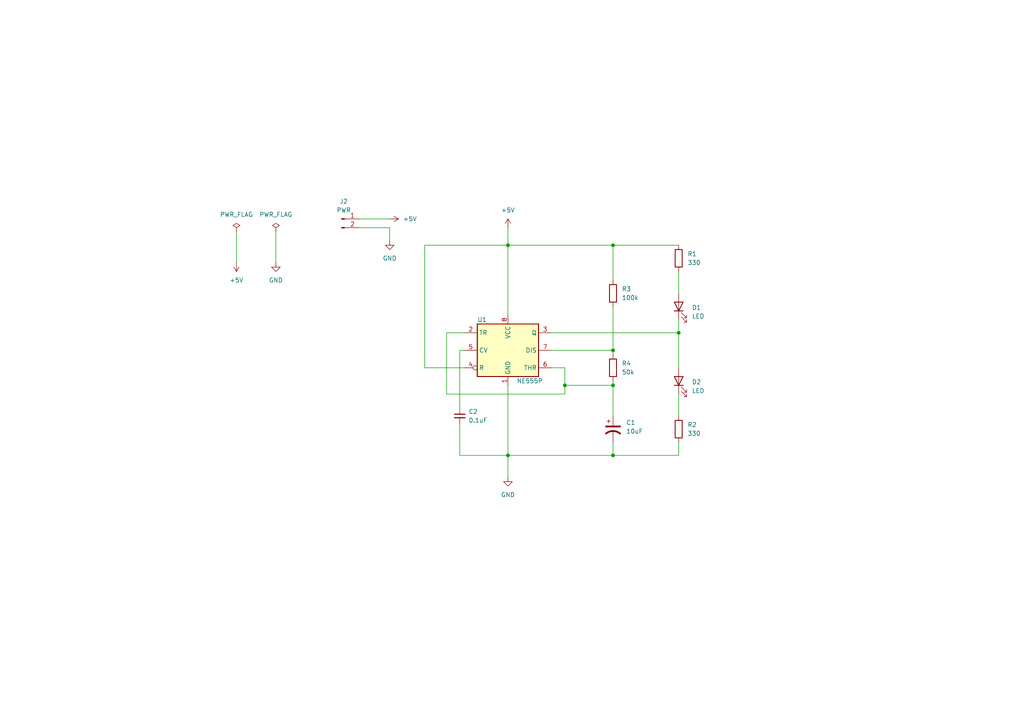
<source format=kicad_sch>
(kicad_sch (version 20230121) (generator eeschema)

  (uuid 0a69d859-cce3-4b70-b3ca-1644a650136d)

  (paper "A4")

  (lib_symbols
    (symbol "Connector:Conn_01x02_Pin" (pin_names (offset 1.016) hide) (in_bom yes) (on_board yes)
      (property "Reference" "J" (at 0 2.54 0)
        (effects (font (size 1.27 1.27)))
      )
      (property "Value" "Conn_01x02_Pin" (at 0 -5.08 0)
        (effects (font (size 1.27 1.27)))
      )
      (property "Footprint" "" (at 0 0 0)
        (effects (font (size 1.27 1.27)) hide)
      )
      (property "Datasheet" "~" (at 0 0 0)
        (effects (font (size 1.27 1.27)) hide)
      )
      (property "ki_locked" "" (at 0 0 0)
        (effects (font (size 1.27 1.27)))
      )
      (property "ki_keywords" "connector" (at 0 0 0)
        (effects (font (size 1.27 1.27)) hide)
      )
      (property "ki_description" "Generic connector, single row, 01x02, script generated" (at 0 0 0)
        (effects (font (size 1.27 1.27)) hide)
      )
      (property "ki_fp_filters" "Connector*:*_1x??_*" (at 0 0 0)
        (effects (font (size 1.27 1.27)) hide)
      )
      (symbol "Conn_01x02_Pin_1_1"
        (polyline
          (pts
            (xy 1.27 -2.54)
            (xy 0.8636 -2.54)
          )
          (stroke (width 0.1524) (type default))
          (fill (type none))
        )
        (polyline
          (pts
            (xy 1.27 0)
            (xy 0.8636 0)
          )
          (stroke (width 0.1524) (type default))
          (fill (type none))
        )
        (rectangle (start 0.8636 -2.413) (end 0 -2.667)
          (stroke (width 0.1524) (type default))
          (fill (type outline))
        )
        (rectangle (start 0.8636 0.127) (end 0 -0.127)
          (stroke (width 0.1524) (type default))
          (fill (type outline))
        )
        (pin passive line (at 5.08 0 180) (length 3.81)
          (name "Pin_1" (effects (font (size 1.27 1.27))))
          (number "1" (effects (font (size 1.27 1.27))))
        )
        (pin passive line (at 5.08 -2.54 180) (length 3.81)
          (name "Pin_2" (effects (font (size 1.27 1.27))))
          (number "2" (effects (font (size 1.27 1.27))))
        )
      )
    )
    (symbol "Device:C_Polarized_US" (pin_numbers hide) (pin_names (offset 0.254) hide) (in_bom yes) (on_board yes)
      (property "Reference" "C" (at 0.635 2.54 0)
        (effects (font (size 1.27 1.27)) (justify left))
      )
      (property "Value" "C_Polarized_US" (at 0.635 -2.54 0)
        (effects (font (size 1.27 1.27)) (justify left))
      )
      (property "Footprint" "" (at 0 0 0)
        (effects (font (size 1.27 1.27)) hide)
      )
      (property "Datasheet" "~" (at 0 0 0)
        (effects (font (size 1.27 1.27)) hide)
      )
      (property "ki_keywords" "cap capacitor" (at 0 0 0)
        (effects (font (size 1.27 1.27)) hide)
      )
      (property "ki_description" "Polarized capacitor, US symbol" (at 0 0 0)
        (effects (font (size 1.27 1.27)) hide)
      )
      (property "ki_fp_filters" "CP_*" (at 0 0 0)
        (effects (font (size 1.27 1.27)) hide)
      )
      (symbol "C_Polarized_US_0_1"
        (polyline
          (pts
            (xy -2.032 0.762)
            (xy 2.032 0.762)
          )
          (stroke (width 0.508) (type default))
          (fill (type none))
        )
        (polyline
          (pts
            (xy -1.778 2.286)
            (xy -0.762 2.286)
          )
          (stroke (width 0) (type default))
          (fill (type none))
        )
        (polyline
          (pts
            (xy -1.27 1.778)
            (xy -1.27 2.794)
          )
          (stroke (width 0) (type default))
          (fill (type none))
        )
        (arc (start 2.032 -1.27) (mid 0 -0.5572) (end -2.032 -1.27)
          (stroke (width 0.508) (type default))
          (fill (type none))
        )
      )
      (symbol "C_Polarized_US_1_1"
        (pin passive line (at 0 3.81 270) (length 2.794)
          (name "~" (effects (font (size 1.27 1.27))))
          (number "1" (effects (font (size 1.27 1.27))))
        )
        (pin passive line (at 0 -3.81 90) (length 3.302)
          (name "~" (effects (font (size 1.27 1.27))))
          (number "2" (effects (font (size 1.27 1.27))))
        )
      )
    )
    (symbol "Device:C_Small" (pin_numbers hide) (pin_names (offset 0.254) hide) (in_bom yes) (on_board yes)
      (property "Reference" "C" (at 0.254 1.778 0)
        (effects (font (size 1.27 1.27)) (justify left))
      )
      (property "Value" "C_Small" (at 0.254 -2.032 0)
        (effects (font (size 1.27 1.27)) (justify left))
      )
      (property "Footprint" "" (at 0 0 0)
        (effects (font (size 1.27 1.27)) hide)
      )
      (property "Datasheet" "~" (at 0 0 0)
        (effects (font (size 1.27 1.27)) hide)
      )
      (property "ki_keywords" "capacitor cap" (at 0 0 0)
        (effects (font (size 1.27 1.27)) hide)
      )
      (property "ki_description" "Unpolarized capacitor, small symbol" (at 0 0 0)
        (effects (font (size 1.27 1.27)) hide)
      )
      (property "ki_fp_filters" "C_*" (at 0 0 0)
        (effects (font (size 1.27 1.27)) hide)
      )
      (symbol "C_Small_0_1"
        (polyline
          (pts
            (xy -1.524 -0.508)
            (xy 1.524 -0.508)
          )
          (stroke (width 0.3302) (type default))
          (fill (type none))
        )
        (polyline
          (pts
            (xy -1.524 0.508)
            (xy 1.524 0.508)
          )
          (stroke (width 0.3048) (type default))
          (fill (type none))
        )
      )
      (symbol "C_Small_1_1"
        (pin passive line (at 0 2.54 270) (length 2.032)
          (name "~" (effects (font (size 1.27 1.27))))
          (number "1" (effects (font (size 1.27 1.27))))
        )
        (pin passive line (at 0 -2.54 90) (length 2.032)
          (name "~" (effects (font (size 1.27 1.27))))
          (number "2" (effects (font (size 1.27 1.27))))
        )
      )
    )
    (symbol "Device:LED" (pin_numbers hide) (pin_names (offset 1.016) hide) (in_bom yes) (on_board yes)
      (property "Reference" "D" (at 0 2.54 0)
        (effects (font (size 1.27 1.27)))
      )
      (property "Value" "LED" (at 0 -2.54 0)
        (effects (font (size 1.27 1.27)))
      )
      (property "Footprint" "" (at 0 0 0)
        (effects (font (size 1.27 1.27)) hide)
      )
      (property "Datasheet" "~" (at 0 0 0)
        (effects (font (size 1.27 1.27)) hide)
      )
      (property "ki_keywords" "LED diode" (at 0 0 0)
        (effects (font (size 1.27 1.27)) hide)
      )
      (property "ki_description" "Light emitting diode" (at 0 0 0)
        (effects (font (size 1.27 1.27)) hide)
      )
      (property "ki_fp_filters" "LED* LED_SMD:* LED_THT:*" (at 0 0 0)
        (effects (font (size 1.27 1.27)) hide)
      )
      (symbol "LED_0_1"
        (polyline
          (pts
            (xy -1.27 -1.27)
            (xy -1.27 1.27)
          )
          (stroke (width 0.254) (type default))
          (fill (type none))
        )
        (polyline
          (pts
            (xy -1.27 0)
            (xy 1.27 0)
          )
          (stroke (width 0) (type default))
          (fill (type none))
        )
        (polyline
          (pts
            (xy 1.27 -1.27)
            (xy 1.27 1.27)
            (xy -1.27 0)
            (xy 1.27 -1.27)
          )
          (stroke (width 0.254) (type default))
          (fill (type none))
        )
        (polyline
          (pts
            (xy -3.048 -0.762)
            (xy -4.572 -2.286)
            (xy -3.81 -2.286)
            (xy -4.572 -2.286)
            (xy -4.572 -1.524)
          )
          (stroke (width 0) (type default))
          (fill (type none))
        )
        (polyline
          (pts
            (xy -1.778 -0.762)
            (xy -3.302 -2.286)
            (xy -2.54 -2.286)
            (xy -3.302 -2.286)
            (xy -3.302 -1.524)
          )
          (stroke (width 0) (type default))
          (fill (type none))
        )
      )
      (symbol "LED_1_1"
        (pin passive line (at -3.81 0 0) (length 2.54)
          (name "K" (effects (font (size 1.27 1.27))))
          (number "1" (effects (font (size 1.27 1.27))))
        )
        (pin passive line (at 3.81 0 180) (length 2.54)
          (name "A" (effects (font (size 1.27 1.27))))
          (number "2" (effects (font (size 1.27 1.27))))
        )
      )
    )
    (symbol "Device:R" (pin_numbers hide) (pin_names (offset 0)) (in_bom yes) (on_board yes)
      (property "Reference" "R" (at 2.032 0 90)
        (effects (font (size 1.27 1.27)))
      )
      (property "Value" "R" (at 0 0 90)
        (effects (font (size 1.27 1.27)))
      )
      (property "Footprint" "" (at -1.778 0 90)
        (effects (font (size 1.27 1.27)) hide)
      )
      (property "Datasheet" "~" (at 0 0 0)
        (effects (font (size 1.27 1.27)) hide)
      )
      (property "ki_keywords" "R res resistor" (at 0 0 0)
        (effects (font (size 1.27 1.27)) hide)
      )
      (property "ki_description" "Resistor" (at 0 0 0)
        (effects (font (size 1.27 1.27)) hide)
      )
      (property "ki_fp_filters" "R_*" (at 0 0 0)
        (effects (font (size 1.27 1.27)) hide)
      )
      (symbol "R_0_1"
        (rectangle (start -1.016 -2.54) (end 1.016 2.54)
          (stroke (width 0.254) (type default))
          (fill (type none))
        )
      )
      (symbol "R_1_1"
        (pin passive line (at 0 3.81 270) (length 1.27)
          (name "~" (effects (font (size 1.27 1.27))))
          (number "1" (effects (font (size 1.27 1.27))))
        )
        (pin passive line (at 0 -3.81 90) (length 1.27)
          (name "~" (effects (font (size 1.27 1.27))))
          (number "2" (effects (font (size 1.27 1.27))))
        )
      )
    )
    (symbol "Timer:NE555P" (in_bom yes) (on_board yes)
      (property "Reference" "U" (at -10.16 8.89 0)
        (effects (font (size 1.27 1.27)) (justify left))
      )
      (property "Value" "NE555P" (at 2.54 8.89 0)
        (effects (font (size 1.27 1.27)) (justify left))
      )
      (property "Footprint" "Package_DIP:DIP-8_W7.62mm" (at 16.51 -10.16 0)
        (effects (font (size 1.27 1.27)) hide)
      )
      (property "Datasheet" "http://www.ti.com/lit/ds/symlink/ne555.pdf" (at 21.59 -10.16 0)
        (effects (font (size 1.27 1.27)) hide)
      )
      (property "ki_keywords" "single timer 555" (at 0 0 0)
        (effects (font (size 1.27 1.27)) hide)
      )
      (property "ki_description" "Precision Timers, 555 compatible,  PDIP-8" (at 0 0 0)
        (effects (font (size 1.27 1.27)) hide)
      )
      (property "ki_fp_filters" "DIP*W7.62mm*" (at 0 0 0)
        (effects (font (size 1.27 1.27)) hide)
      )
      (symbol "NE555P_0_0"
        (pin power_in line (at 0 -10.16 90) (length 2.54)
          (name "GND" (effects (font (size 1.27 1.27))))
          (number "1" (effects (font (size 1.27 1.27))))
        )
        (pin power_in line (at 0 10.16 270) (length 2.54)
          (name "VCC" (effects (font (size 1.27 1.27))))
          (number "8" (effects (font (size 1.27 1.27))))
        )
      )
      (symbol "NE555P_0_1"
        (rectangle (start -8.89 -7.62) (end 8.89 7.62)
          (stroke (width 0.254) (type default))
          (fill (type background))
        )
        (rectangle (start -8.89 -7.62) (end 8.89 7.62)
          (stroke (width 0.254) (type default))
          (fill (type background))
        )
      )
      (symbol "NE555P_1_1"
        (pin input line (at -12.7 5.08 0) (length 3.81)
          (name "TR" (effects (font (size 1.27 1.27))))
          (number "2" (effects (font (size 1.27 1.27))))
        )
        (pin output line (at 12.7 5.08 180) (length 3.81)
          (name "Q" (effects (font (size 1.27 1.27))))
          (number "3" (effects (font (size 1.27 1.27))))
        )
        (pin input inverted (at -12.7 -5.08 0) (length 3.81)
          (name "R" (effects (font (size 1.27 1.27))))
          (number "4" (effects (font (size 1.27 1.27))))
        )
        (pin input line (at -12.7 0 0) (length 3.81)
          (name "CV" (effects (font (size 1.27 1.27))))
          (number "5" (effects (font (size 1.27 1.27))))
        )
        (pin input line (at 12.7 -5.08 180) (length 3.81)
          (name "THR" (effects (font (size 1.27 1.27))))
          (number "6" (effects (font (size 1.27 1.27))))
        )
        (pin input line (at 12.7 0 180) (length 3.81)
          (name "DIS" (effects (font (size 1.27 1.27))))
          (number "7" (effects (font (size 1.27 1.27))))
        )
      )
    )
    (symbol "power:+5V" (power) (pin_names (offset 0)) (in_bom yes) (on_board yes)
      (property "Reference" "#PWR" (at 0 -3.81 0)
        (effects (font (size 1.27 1.27)) hide)
      )
      (property "Value" "+5V" (at 0 3.556 0)
        (effects (font (size 1.27 1.27)))
      )
      (property "Footprint" "" (at 0 0 0)
        (effects (font (size 1.27 1.27)) hide)
      )
      (property "Datasheet" "" (at 0 0 0)
        (effects (font (size 1.27 1.27)) hide)
      )
      (property "ki_keywords" "global power" (at 0 0 0)
        (effects (font (size 1.27 1.27)) hide)
      )
      (property "ki_description" "Power symbol creates a global label with name \"+5V\"" (at 0 0 0)
        (effects (font (size 1.27 1.27)) hide)
      )
      (symbol "+5V_0_1"
        (polyline
          (pts
            (xy -0.762 1.27)
            (xy 0 2.54)
          )
          (stroke (width 0) (type default))
          (fill (type none))
        )
        (polyline
          (pts
            (xy 0 0)
            (xy 0 2.54)
          )
          (stroke (width 0) (type default))
          (fill (type none))
        )
        (polyline
          (pts
            (xy 0 2.54)
            (xy 0.762 1.27)
          )
          (stroke (width 0) (type default))
          (fill (type none))
        )
      )
      (symbol "+5V_1_1"
        (pin power_in line (at 0 0 90) (length 0) hide
          (name "+5V" (effects (font (size 1.27 1.27))))
          (number "1" (effects (font (size 1.27 1.27))))
        )
      )
    )
    (symbol "power:GND" (power) (pin_names (offset 0)) (in_bom yes) (on_board yes)
      (property "Reference" "#PWR" (at 0 -6.35 0)
        (effects (font (size 1.27 1.27)) hide)
      )
      (property "Value" "GND" (at 0 -3.81 0)
        (effects (font (size 1.27 1.27)))
      )
      (property "Footprint" "" (at 0 0 0)
        (effects (font (size 1.27 1.27)) hide)
      )
      (property "Datasheet" "" (at 0 0 0)
        (effects (font (size 1.27 1.27)) hide)
      )
      (property "ki_keywords" "global power" (at 0 0 0)
        (effects (font (size 1.27 1.27)) hide)
      )
      (property "ki_description" "Power symbol creates a global label with name \"GND\" , ground" (at 0 0 0)
        (effects (font (size 1.27 1.27)) hide)
      )
      (symbol "GND_0_1"
        (polyline
          (pts
            (xy 0 0)
            (xy 0 -1.27)
            (xy 1.27 -1.27)
            (xy 0 -2.54)
            (xy -1.27 -1.27)
            (xy 0 -1.27)
          )
          (stroke (width 0) (type default))
          (fill (type none))
        )
      )
      (symbol "GND_1_1"
        (pin power_in line (at 0 0 270) (length 0) hide
          (name "GND" (effects (font (size 1.27 1.27))))
          (number "1" (effects (font (size 1.27 1.27))))
        )
      )
    )
    (symbol "power:PWR_FLAG" (power) (pin_numbers hide) (pin_names (offset 0) hide) (in_bom yes) (on_board yes)
      (property "Reference" "#FLG" (at 0 1.905 0)
        (effects (font (size 1.27 1.27)) hide)
      )
      (property "Value" "PWR_FLAG" (at 0 3.81 0)
        (effects (font (size 1.27 1.27)))
      )
      (property "Footprint" "" (at 0 0 0)
        (effects (font (size 1.27 1.27)) hide)
      )
      (property "Datasheet" "~" (at 0 0 0)
        (effects (font (size 1.27 1.27)) hide)
      )
      (property "ki_keywords" "flag power" (at 0 0 0)
        (effects (font (size 1.27 1.27)) hide)
      )
      (property "ki_description" "Special symbol for telling ERC where power comes from" (at 0 0 0)
        (effects (font (size 1.27 1.27)) hide)
      )
      (symbol "PWR_FLAG_0_0"
        (pin power_out line (at 0 0 90) (length 0)
          (name "pwr" (effects (font (size 1.27 1.27))))
          (number "1" (effects (font (size 1.27 1.27))))
        )
      )
      (symbol "PWR_FLAG_0_1"
        (polyline
          (pts
            (xy 0 0)
            (xy 0 1.27)
            (xy -1.016 1.905)
            (xy 0 2.54)
            (xy 1.016 1.905)
            (xy 0 1.27)
          )
          (stroke (width 0) (type default))
          (fill (type none))
        )
      )
    )
  )

  (junction (at 147.32 132.08) (diameter 0) (color 0 0 0 0)
    (uuid 008f1969-e3d5-45b0-99b0-bfb71bd83946)
  )
  (junction (at 163.83 111.76) (diameter 0) (color 0 0 0 0)
    (uuid 04d1e361-57eb-4912-b5cc-308ca7f38890)
  )
  (junction (at 177.8 71.12) (diameter 0) (color 0 0 0 0)
    (uuid 5841a7fd-5271-4c13-b3c6-fb693fd6ee52)
  )
  (junction (at 147.32 71.12) (diameter 0) (color 0 0 0 0)
    (uuid 6bbd07a2-f560-4113-81e6-69391071def0)
  )
  (junction (at 196.85 96.52) (diameter 0) (color 0 0 0 0)
    (uuid a945913e-a6b0-44a4-8a4d-3581c1d8f48a)
  )
  (junction (at 177.8 111.76) (diameter 0) (color 0 0 0 0)
    (uuid c7b1a6b1-348c-4c64-b637-4c1fb2150dce)
  )
  (junction (at 177.8 101.6) (diameter 0) (color 0 0 0 0)
    (uuid f1e5831f-d106-4afc-be22-7a475cf80977)
  )
  (junction (at 177.8 132.08) (diameter 0) (color 0 0 0 0)
    (uuid f89f333b-8fe3-4af7-bad3-cfc0da958971)
  )

  (wire (pts (xy 160.02 101.6) (xy 177.8 101.6))
    (stroke (width 0) (type default))
    (uuid 0f062fc1-5232-4066-b009-5d615f47ae8b)
  )
  (wire (pts (xy 68.58 67.31) (xy 68.58 76.2))
    (stroke (width 0) (type default))
    (uuid 1420f850-82bd-4cd0-ae7d-c8c03c4c6f7f)
  )
  (wire (pts (xy 147.32 71.12) (xy 147.32 91.44))
    (stroke (width 0) (type default))
    (uuid 143d36e2-95a4-4d45-acac-647b492793ef)
  )
  (wire (pts (xy 196.85 132.08) (xy 196.85 128.27))
    (stroke (width 0) (type default))
    (uuid 195e440a-08ca-4212-80f3-a7b8e60f6691)
  )
  (wire (pts (xy 133.35 101.6) (xy 134.62 101.6))
    (stroke (width 0) (type default))
    (uuid 19fc1ce3-dba5-4fa5-ad1f-5ba35a1ae0b4)
  )
  (wire (pts (xy 134.62 96.52) (xy 129.54 96.52))
    (stroke (width 0) (type default))
    (uuid 1b61a663-c1d9-4080-8b70-526eb3375ec6)
  )
  (wire (pts (xy 133.35 123.19) (xy 133.35 132.08))
    (stroke (width 0) (type default))
    (uuid 1f811b6c-9ee6-45fd-a57a-56cf83d715bc)
  )
  (wire (pts (xy 123.19 106.68) (xy 134.62 106.68))
    (stroke (width 0) (type default))
    (uuid 211a9922-f818-48fc-9eb3-35cafbf44155)
  )
  (wire (pts (xy 147.32 132.08) (xy 147.32 138.43))
    (stroke (width 0) (type default))
    (uuid 249b2408-a168-47c3-84b6-22916106fec4)
  )
  (wire (pts (xy 123.19 106.68) (xy 123.19 71.12))
    (stroke (width 0) (type default))
    (uuid 27e7f40d-c397-4c30-932d-53f71e96ef1d)
  )
  (wire (pts (xy 196.85 92.71) (xy 196.85 96.52))
    (stroke (width 0) (type default))
    (uuid 388af317-bcfa-4c51-b02a-48ce947d3799)
  )
  (wire (pts (xy 196.85 96.52) (xy 196.85 106.68))
    (stroke (width 0) (type default))
    (uuid 38bd2db4-1a22-44cb-bac4-b943e64729ec)
  )
  (wire (pts (xy 163.83 114.3) (xy 163.83 111.76))
    (stroke (width 0) (type default))
    (uuid 410d6c10-266e-417c-942d-e915df755882)
  )
  (wire (pts (xy 147.32 66.04) (xy 147.32 71.12))
    (stroke (width 0) (type default))
    (uuid 50b78c6d-fabf-44e5-b94e-ddcd488f0ef6)
  )
  (wire (pts (xy 147.32 71.12) (xy 177.8 71.12))
    (stroke (width 0) (type default))
    (uuid 5bf0cc4b-06ac-4f6f-afcc-8b90bbe3cb22)
  )
  (wire (pts (xy 163.83 106.68) (xy 163.83 111.76))
    (stroke (width 0) (type default))
    (uuid 65a4d1be-2c33-4f30-a7f9-730a783b561f)
  )
  (wire (pts (xy 160.02 96.52) (xy 196.85 96.52))
    (stroke (width 0) (type default))
    (uuid 6b6f0c2b-6e1c-4f56-924a-ca7f301edc55)
  )
  (wire (pts (xy 147.32 111.76) (xy 147.32 132.08))
    (stroke (width 0) (type default))
    (uuid 6c0a170c-d68e-43f1-b190-fe15d4dafd47)
  )
  (wire (pts (xy 80.01 67.31) (xy 80.01 76.2))
    (stroke (width 0) (type default))
    (uuid 6df0023e-5e51-406c-8268-b85f15956142)
  )
  (wire (pts (xy 129.54 96.52) (xy 129.54 114.3))
    (stroke (width 0) (type default))
    (uuid 7f6917f6-1493-4844-9c34-7fee70755eaa)
  )
  (wire (pts (xy 104.14 63.5) (xy 113.03 63.5))
    (stroke (width 0) (type default))
    (uuid 915231c5-6558-4772-89fd-9fb1298c4aa3)
  )
  (wire (pts (xy 129.54 114.3) (xy 163.83 114.3))
    (stroke (width 0) (type default))
    (uuid 97b61816-9742-428d-8b66-59e8979973da)
  )
  (wire (pts (xy 196.85 78.74) (xy 196.85 85.09))
    (stroke (width 0) (type default))
    (uuid 9aa5f77d-58d9-4084-af1f-fbe1e50100b2)
  )
  (wire (pts (xy 104.14 66.04) (xy 113.03 66.04))
    (stroke (width 0) (type default))
    (uuid 9eceb02e-b7f8-4f93-90ae-36487824fb97)
  )
  (wire (pts (xy 163.83 111.76) (xy 177.8 111.76))
    (stroke (width 0) (type default))
    (uuid a2096348-de9c-4eb6-ab37-2509d7dbe36f)
  )
  (wire (pts (xy 177.8 111.76) (xy 177.8 120.65))
    (stroke (width 0) (type default))
    (uuid a65a5f3d-f914-418a-be69-8b8fa60001d1)
  )
  (wire (pts (xy 133.35 101.6) (xy 133.35 119.38))
    (stroke (width 0) (type default))
    (uuid b24d84d6-447b-421f-aa38-a20c487644fa)
  )
  (wire (pts (xy 177.8 132.08) (xy 147.32 132.08))
    (stroke (width 0) (type default))
    (uuid bb0789eb-8024-4d0c-a6f3-c507a6cda128)
  )
  (wire (pts (xy 177.8 132.08) (xy 177.8 128.27))
    (stroke (width 0) (type default))
    (uuid c31bf8db-7cf8-45df-ba41-716eeeaacce3)
  )
  (wire (pts (xy 177.8 88.9) (xy 177.8 101.6))
    (stroke (width 0) (type default))
    (uuid c7b5e08d-56e3-400e-b54e-1be8674420ec)
  )
  (wire (pts (xy 113.03 66.04) (xy 113.03 69.85))
    (stroke (width 0) (type default))
    (uuid ca7b69d1-bc2a-4c36-b964-3d754f64a61d)
  )
  (wire (pts (xy 133.35 132.08) (xy 147.32 132.08))
    (stroke (width 0) (type default))
    (uuid cdd78094-0fa8-4319-9d80-478765e7ed70)
  )
  (wire (pts (xy 123.19 71.12) (xy 147.32 71.12))
    (stroke (width 0) (type default))
    (uuid d918f97c-3d9a-40f3-a9f9-897cb3d630e5)
  )
  (wire (pts (xy 196.85 132.08) (xy 177.8 132.08))
    (stroke (width 0) (type default))
    (uuid defbefa5-968a-469c-8e91-b22132769240)
  )
  (wire (pts (xy 177.8 71.12) (xy 177.8 81.28))
    (stroke (width 0) (type default))
    (uuid dfcead18-841d-4103-8ab6-7f182df93b11)
  )
  (wire (pts (xy 177.8 71.12) (xy 196.85 71.12))
    (stroke (width 0) (type default))
    (uuid ea197f7e-2e07-4d1d-a53a-c3f6bc750036)
  )
  (wire (pts (xy 196.85 114.3) (xy 196.85 120.65))
    (stroke (width 0) (type default))
    (uuid ed9f8868-19dd-47b8-b78b-2ad073ab4c6c)
  )
  (wire (pts (xy 163.83 106.68) (xy 160.02 106.68))
    (stroke (width 0) (type default))
    (uuid ef21596e-ceda-4303-93b1-e68e67b6b61d)
  )
  (wire (pts (xy 177.8 111.76) (xy 177.8 110.49))
    (stroke (width 0) (type default))
    (uuid fd48d610-f02d-483d-82cb-9608c94d21fd)
  )
  (wire (pts (xy 177.8 101.6) (xy 177.8 102.87))
    (stroke (width 0) (type default))
    (uuid ff8f7e18-db0c-47e5-bb99-08d15a5c2155)
  )

  (symbol (lib_id "power:+5V") (at 68.58 76.2 180) (unit 1)
    (in_bom yes) (on_board yes) (dnp no) (fields_autoplaced)
    (uuid 05ecfd85-d665-459f-a2fa-64f40440cdda)
    (property "Reference" "#PWR06" (at 68.58 72.39 0)
      (effects (font (size 1.27 1.27)) hide)
    )
    (property "Value" "+5V" (at 68.58 81.28 0)
      (effects (font (size 1.27 1.27)))
    )
    (property "Footprint" "" (at 68.58 76.2 0)
      (effects (font (size 1.27 1.27)) hide)
    )
    (property "Datasheet" "" (at 68.58 76.2 0)
      (effects (font (size 1.27 1.27)) hide)
    )
    (pin "1" (uuid 33ebb675-d4f7-4c54-95b5-adc670d5786f))
    (instances
      (project "FLIP_FLOP"
        (path "/0a69d859-cce3-4b70-b3ca-1644a650136d"
          (reference "#PWR06") (unit 1)
        )
      )
    )
  )

  (symbol (lib_id "Timer:NE555P") (at 147.32 101.6 0) (unit 1)
    (in_bom yes) (on_board yes) (dnp no)
    (uuid 0ce50280-c18e-456e-98b4-156e852e6bd0)
    (property "Reference" "U1" (at 138.43 92.71 0)
      (effects (font (size 1.27 1.27)) (justify left))
    )
    (property "Value" "NE555P" (at 149.86 110.49 0)
      (effects (font (size 1.27 1.27)) (justify left))
    )
    (property "Footprint" "Package_DIP:DIP-8_W7.62mm_LongPads" (at 163.83 111.76 0)
      (effects (font (size 1.27 1.27)) hide)
    )
    (property "Datasheet" "http://www.ti.com/lit/ds/symlink/ne555.pdf" (at 168.91 111.76 0)
      (effects (font (size 1.27 1.27)) hide)
    )
    (pin "1" (uuid 89c2d417-1871-4098-b800-9de307c885a5))
    (pin "6" (uuid 282080e2-764a-4ce1-8307-d11904eda5ce))
    (pin "7" (uuid fd481d4c-9720-43b6-a9ec-d54f4f6de3f8))
    (pin "8" (uuid bac7a883-59ba-4d95-a7cd-0b12db368875))
    (pin "2" (uuid b1b71b13-b8f2-4ba0-8a79-909c897d5266))
    (pin "3" (uuid da981cb3-99de-4082-963c-ed0f2d40607e))
    (pin "5" (uuid 95b80b7e-e0db-4b39-84d5-a2b0af74a874))
    (pin "4" (uuid f25aaf14-8eeb-4157-9444-22513508fbdf))
    (instances
      (project "FLIP_FLOP"
        (path "/0a69d859-cce3-4b70-b3ca-1644a650136d"
          (reference "U1") (unit 1)
        )
      )
    )
  )

  (symbol (lib_id "Device:LED") (at 196.85 110.49 90) (unit 1)
    (in_bom yes) (on_board yes) (dnp no) (fields_autoplaced)
    (uuid 17ff6c06-9a77-4b51-81e3-4e99cbad892f)
    (property "Reference" "D2" (at 200.66 110.8075 90)
      (effects (font (size 1.27 1.27)) (justify right))
    )
    (property "Value" "LED" (at 200.66 113.3475 90)
      (effects (font (size 1.27 1.27)) (justify right))
    )
    (property "Footprint" "LED_THT:LED_D3.0mm" (at 196.85 110.49 0)
      (effects (font (size 1.27 1.27)) hide)
    )
    (property "Datasheet" "~" (at 196.85 110.49 0)
      (effects (font (size 1.27 1.27)) hide)
    )
    (pin "1" (uuid a1fd4f72-1b4f-4ca8-9c3e-440564a3d1ed))
    (pin "2" (uuid 02749998-62aa-4ab8-bdf2-fec57ab77db9))
    (instances
      (project "FLIP_FLOP"
        (path "/0a69d859-cce3-4b70-b3ca-1644a650136d"
          (reference "D2") (unit 1)
        )
      )
    )
  )

  (symbol (lib_id "Device:LED") (at 196.85 88.9 90) (unit 1)
    (in_bom yes) (on_board yes) (dnp no) (fields_autoplaced)
    (uuid 1d66f6e1-46f9-481b-9aa9-8f1bed55d7ad)
    (property "Reference" "D1" (at 200.66 89.2175 90)
      (effects (font (size 1.27 1.27)) (justify right))
    )
    (property "Value" "LED" (at 200.66 91.7575 90)
      (effects (font (size 1.27 1.27)) (justify right))
    )
    (property "Footprint" "LED_THT:LED_D3.0mm" (at 196.85 88.9 0)
      (effects (font (size 1.27 1.27)) hide)
    )
    (property "Datasheet" "~" (at 196.85 88.9 0)
      (effects (font (size 1.27 1.27)) hide)
    )
    (pin "1" (uuid bef0e633-2b89-4a05-8f4f-29d8dd6da093))
    (pin "2" (uuid 70223ba5-a1a6-42d5-80c4-e068302bf3da))
    (instances
      (project "FLIP_FLOP"
        (path "/0a69d859-cce3-4b70-b3ca-1644a650136d"
          (reference "D1") (unit 1)
        )
      )
    )
  )

  (symbol (lib_id "power:+5V") (at 147.32 66.04 0) (unit 1)
    (in_bom yes) (on_board yes) (dnp no) (fields_autoplaced)
    (uuid 4a8b16af-30fa-4fe4-adc1-043ec5484242)
    (property "Reference" "#PWR01" (at 147.32 69.85 0)
      (effects (font (size 1.27 1.27)) hide)
    )
    (property "Value" "+5V" (at 147.32 60.96 0)
      (effects (font (size 1.27 1.27)))
    )
    (property "Footprint" "" (at 147.32 66.04 0)
      (effects (font (size 1.27 1.27)) hide)
    )
    (property "Datasheet" "" (at 147.32 66.04 0)
      (effects (font (size 1.27 1.27)) hide)
    )
    (pin "1" (uuid d96358e9-59a9-4063-9384-8d2e7539abeb))
    (instances
      (project "FLIP_FLOP"
        (path "/0a69d859-cce3-4b70-b3ca-1644a650136d"
          (reference "#PWR01") (unit 1)
        )
      )
    )
  )

  (symbol (lib_id "Connector:Conn_01x02_Pin") (at 99.06 63.5 0) (unit 1)
    (in_bom yes) (on_board yes) (dnp no) (fields_autoplaced)
    (uuid 5b26d1ec-f251-4f79-94c4-9cf314bd1903)
    (property "Reference" "J2" (at 99.695 58.42 0)
      (effects (font (size 1.27 1.27)))
    )
    (property "Value" "PWR" (at 99.695 60.96 0)
      (effects (font (size 1.27 1.27)))
    )
    (property "Footprint" "Connector_Molex:Molex_KK-254_AE-6410-02A_1x02_P2.54mm_Vertical" (at 99.06 63.5 0)
      (effects (font (size 1.27 1.27)) hide)
    )
    (property "Datasheet" "~" (at 99.06 63.5 0)
      (effects (font (size 1.27 1.27)) hide)
    )
    (pin "1" (uuid 0f5faa23-0a23-4d69-bab5-e56cc3824318))
    (pin "2" (uuid 3be7ff8e-7b7b-41f6-b3d4-a50a0eea6799))
    (instances
      (project "FLIP_FLOP"
        (path "/0a69d859-cce3-4b70-b3ca-1644a650136d"
          (reference "J2") (unit 1)
        )
      )
    )
  )

  (symbol (lib_id "Device:C_Polarized_US") (at 177.8 124.46 0) (unit 1)
    (in_bom yes) (on_board yes) (dnp no) (fields_autoplaced)
    (uuid 68f202de-136c-4f1d-ac95-494de5562a0a)
    (property "Reference" "C1" (at 181.61 122.555 0)
      (effects (font (size 1.27 1.27)) (justify left))
    )
    (property "Value" "10uF" (at 181.61 125.095 0)
      (effects (font (size 1.27 1.27)) (justify left))
    )
    (property "Footprint" "Capacitor_THT:CP_Radial_D6.3mm_P2.50mm" (at 177.8 124.46 0)
      (effects (font (size 1.27 1.27)) hide)
    )
    (property "Datasheet" "~" (at 177.8 124.46 0)
      (effects (font (size 1.27 1.27)) hide)
    )
    (pin "1" (uuid e3c1f348-d3d3-4321-8b89-4493114f5f4c))
    (pin "2" (uuid c2d5d24d-8274-46d2-a1de-8019f7c39655))
    (instances
      (project "FLIP_FLOP"
        (path "/0a69d859-cce3-4b70-b3ca-1644a650136d"
          (reference "C1") (unit 1)
        )
      )
    )
  )

  (symbol (lib_id "power:GND") (at 80.01 76.2 0) (unit 1)
    (in_bom yes) (on_board yes) (dnp no) (fields_autoplaced)
    (uuid 7c492b79-a33c-4aba-83f4-5cefef957cb9)
    (property "Reference" "#PWR05" (at 80.01 82.55 0)
      (effects (font (size 1.27 1.27)) hide)
    )
    (property "Value" "GND" (at 80.01 81.28 0)
      (effects (font (size 1.27 1.27)))
    )
    (property "Footprint" "" (at 80.01 76.2 0)
      (effects (font (size 1.27 1.27)) hide)
    )
    (property "Datasheet" "" (at 80.01 76.2 0)
      (effects (font (size 1.27 1.27)) hide)
    )
    (pin "1" (uuid 23938162-0379-4833-9337-eb82ef79ba2a))
    (instances
      (project "FLIP_FLOP"
        (path "/0a69d859-cce3-4b70-b3ca-1644a650136d"
          (reference "#PWR05") (unit 1)
        )
      )
    )
  )

  (symbol (lib_id "Device:R") (at 177.8 106.68 0) (unit 1)
    (in_bom yes) (on_board yes) (dnp no) (fields_autoplaced)
    (uuid 8b3db565-3b03-4e20-97ec-4ef2726f0317)
    (property "Reference" "R4" (at 180.34 105.41 0)
      (effects (font (size 1.27 1.27)) (justify left))
    )
    (property "Value" "50k" (at 180.34 107.95 0)
      (effects (font (size 1.27 1.27)) (justify left))
    )
    (property "Footprint" "Resistor_THT:R_Axial_DIN0204_L3.6mm_D1.6mm_P5.08mm_Horizontal" (at 176.022 106.68 90)
      (effects (font (size 1.27 1.27)) hide)
    )
    (property "Datasheet" "~" (at 177.8 106.68 0)
      (effects (font (size 1.27 1.27)) hide)
    )
    (pin "2" (uuid 1d5f15ab-cc87-47cb-87b8-f33982bdd6e6))
    (pin "1" (uuid 6ac2584b-ad52-47ef-97d7-69b15ee07462))
    (instances
      (project "FLIP_FLOP"
        (path "/0a69d859-cce3-4b70-b3ca-1644a650136d"
          (reference "R4") (unit 1)
        )
      )
    )
  )

  (symbol (lib_id "Device:C_Small") (at 133.35 120.65 0) (unit 1)
    (in_bom yes) (on_board yes) (dnp no) (fields_autoplaced)
    (uuid 974dc79b-20c0-4957-aca6-19cefffc58cb)
    (property "Reference" "C2" (at 135.89 119.3863 0)
      (effects (font (size 1.27 1.27)) (justify left))
    )
    (property "Value" "0.1uF" (at 135.89 121.9263 0)
      (effects (font (size 1.27 1.27)) (justify left))
    )
    (property "Footprint" "Capacitor_THT:C_Disc_D3.0mm_W1.6mm_P2.50mm" (at 133.35 120.65 0)
      (effects (font (size 1.27 1.27)) hide)
    )
    (property "Datasheet" "~" (at 133.35 120.65 0)
      (effects (font (size 1.27 1.27)) hide)
    )
    (pin "1" (uuid aa14ae13-7187-4aee-8376-ed9774922622))
    (pin "2" (uuid 2d9163ac-72d1-4fca-aa13-74c63c96e68e))
    (instances
      (project "FLIP_FLOP"
        (path "/0a69d859-cce3-4b70-b3ca-1644a650136d"
          (reference "C2") (unit 1)
        )
      )
    )
  )

  (symbol (lib_id "power:GND") (at 147.32 138.43 0) (unit 1)
    (in_bom yes) (on_board yes) (dnp no) (fields_autoplaced)
    (uuid 9baf4a7e-29b4-481c-bc27-418e823e0efc)
    (property "Reference" "#PWR02" (at 147.32 144.78 0)
      (effects (font (size 1.27 1.27)) hide)
    )
    (property "Value" "GND" (at 147.32 143.51 0)
      (effects (font (size 1.27 1.27)))
    )
    (property "Footprint" "" (at 147.32 138.43 0)
      (effects (font (size 1.27 1.27)) hide)
    )
    (property "Datasheet" "" (at 147.32 138.43 0)
      (effects (font (size 1.27 1.27)) hide)
    )
    (pin "1" (uuid b856de6c-0a92-46b6-a937-25821d54650c))
    (instances
      (project "FLIP_FLOP"
        (path "/0a69d859-cce3-4b70-b3ca-1644a650136d"
          (reference "#PWR02") (unit 1)
        )
      )
    )
  )

  (symbol (lib_id "Device:R") (at 196.85 124.46 0) (unit 1)
    (in_bom yes) (on_board yes) (dnp no) (fields_autoplaced)
    (uuid be8701b8-1fac-4da0-9a0f-6ecb103fb5fd)
    (property "Reference" "R2" (at 199.39 123.19 0)
      (effects (font (size 1.27 1.27)) (justify left))
    )
    (property "Value" "330" (at 199.39 125.73 0)
      (effects (font (size 1.27 1.27)) (justify left))
    )
    (property "Footprint" "Resistor_THT:R_Axial_DIN0204_L3.6mm_D1.6mm_P5.08mm_Horizontal" (at 195.072 124.46 90)
      (effects (font (size 1.27 1.27)) hide)
    )
    (property "Datasheet" "~" (at 196.85 124.46 0)
      (effects (font (size 1.27 1.27)) hide)
    )
    (pin "2" (uuid 02f13b2f-b6f2-4d35-a148-f6bc70f91f93))
    (pin "1" (uuid 0a653ad1-dcf9-4c1d-90b2-577e932b5b0b))
    (instances
      (project "FLIP_FLOP"
        (path "/0a69d859-cce3-4b70-b3ca-1644a650136d"
          (reference "R2") (unit 1)
        )
      )
    )
  )

  (symbol (lib_id "power:GND") (at 113.03 69.85 0) (unit 1)
    (in_bom yes) (on_board yes) (dnp no) (fields_autoplaced)
    (uuid c23c3d50-86af-496b-88d6-6a7921390393)
    (property "Reference" "#PWR07" (at 113.03 76.2 0)
      (effects (font (size 1.27 1.27)) hide)
    )
    (property "Value" "GND" (at 113.03 74.93 0)
      (effects (font (size 1.27 1.27)))
    )
    (property "Footprint" "" (at 113.03 69.85 0)
      (effects (font (size 1.27 1.27)) hide)
    )
    (property "Datasheet" "" (at 113.03 69.85 0)
      (effects (font (size 1.27 1.27)) hide)
    )
    (pin "1" (uuid 243d0f90-ab02-4d16-a338-20c7e1365c71))
    (instances
      (project "FLIP_FLOP"
        (path "/0a69d859-cce3-4b70-b3ca-1644a650136d"
          (reference "#PWR07") (unit 1)
        )
      )
    )
  )

  (symbol (lib_id "Device:R") (at 196.85 74.93 0) (unit 1)
    (in_bom yes) (on_board yes) (dnp no) (fields_autoplaced)
    (uuid d0597553-b57d-483b-a4d1-7a6f14943571)
    (property "Reference" "R1" (at 199.39 73.66 0)
      (effects (font (size 1.27 1.27)) (justify left))
    )
    (property "Value" "330" (at 199.39 76.2 0)
      (effects (font (size 1.27 1.27)) (justify left))
    )
    (property "Footprint" "Resistor_THT:R_Axial_DIN0204_L3.6mm_D1.6mm_P5.08mm_Horizontal" (at 195.072 74.93 90)
      (effects (font (size 1.27 1.27)) hide)
    )
    (property "Datasheet" "~" (at 196.85 74.93 0)
      (effects (font (size 1.27 1.27)) hide)
    )
    (pin "2" (uuid e06db8e3-6d6c-4652-9fc5-226f090440e2))
    (pin "1" (uuid 78d91704-939c-40a3-93a9-b38d49f0ad0b))
    (instances
      (project "FLIP_FLOP"
        (path "/0a69d859-cce3-4b70-b3ca-1644a650136d"
          (reference "R1") (unit 1)
        )
      )
    )
  )

  (symbol (lib_id "power:+5V") (at 113.03 63.5 270) (unit 1)
    (in_bom yes) (on_board yes) (dnp no) (fields_autoplaced)
    (uuid d755a7e7-10f7-437f-b0a3-82a6f8157463)
    (property "Reference" "#PWR08" (at 109.22 63.5 0)
      (effects (font (size 1.27 1.27)) hide)
    )
    (property "Value" "+5V" (at 116.84 63.5 90)
      (effects (font (size 1.27 1.27)) (justify left))
    )
    (property "Footprint" "" (at 113.03 63.5 0)
      (effects (font (size 1.27 1.27)) hide)
    )
    (property "Datasheet" "" (at 113.03 63.5 0)
      (effects (font (size 1.27 1.27)) hide)
    )
    (pin "1" (uuid c908d2a0-8b12-4155-9609-c3dd9da6d3cf))
    (instances
      (project "FLIP_FLOP"
        (path "/0a69d859-cce3-4b70-b3ca-1644a650136d"
          (reference "#PWR08") (unit 1)
        )
      )
    )
  )

  (symbol (lib_id "power:PWR_FLAG") (at 68.58 67.31 0) (unit 1)
    (in_bom yes) (on_board yes) (dnp no) (fields_autoplaced)
    (uuid d9e490de-f6e3-495a-8bdc-fb7d1d860231)
    (property "Reference" "#FLG01" (at 68.58 65.405 0)
      (effects (font (size 1.27 1.27)) hide)
    )
    (property "Value" "PWR_FLAG" (at 68.58 62.23 0)
      (effects (font (size 1.27 1.27)))
    )
    (property "Footprint" "" (at 68.58 67.31 0)
      (effects (font (size 1.27 1.27)) hide)
    )
    (property "Datasheet" "~" (at 68.58 67.31 0)
      (effects (font (size 1.27 1.27)) hide)
    )
    (pin "1" (uuid 0abf6067-fd38-4aa3-872b-0e85358dc58d))
    (instances
      (project "FLIP_FLOP"
        (path "/0a69d859-cce3-4b70-b3ca-1644a650136d"
          (reference "#FLG01") (unit 1)
        )
      )
    )
  )

  (symbol (lib_id "power:PWR_FLAG") (at 80.01 67.31 0) (unit 1)
    (in_bom yes) (on_board yes) (dnp no) (fields_autoplaced)
    (uuid f257dabf-129c-4ec7-bbc4-d0425b802473)
    (property "Reference" "#FLG02" (at 80.01 65.405 0)
      (effects (font (size 1.27 1.27)) hide)
    )
    (property "Value" "PWR_FLAG" (at 80.01 62.23 0)
      (effects (font (size 1.27 1.27)))
    )
    (property "Footprint" "" (at 80.01 67.31 0)
      (effects (font (size 1.27 1.27)) hide)
    )
    (property "Datasheet" "~" (at 80.01 67.31 0)
      (effects (font (size 1.27 1.27)) hide)
    )
    (pin "1" (uuid 8e804e49-4241-46ad-9bb4-c8f4304948df))
    (instances
      (project "FLIP_FLOP"
        (path "/0a69d859-cce3-4b70-b3ca-1644a650136d"
          (reference "#FLG02") (unit 1)
        )
      )
    )
  )

  (symbol (lib_id "Device:R") (at 177.8 85.09 0) (unit 1)
    (in_bom yes) (on_board yes) (dnp no) (fields_autoplaced)
    (uuid fce2f15d-19b2-4247-ac18-df4498f95519)
    (property "Reference" "R3" (at 180.34 83.82 0)
      (effects (font (size 1.27 1.27)) (justify left))
    )
    (property "Value" "100k" (at 180.34 86.36 0)
      (effects (font (size 1.27 1.27)) (justify left))
    )
    (property "Footprint" "Resistor_THT:R_Axial_DIN0204_L3.6mm_D1.6mm_P5.08mm_Horizontal" (at 176.022 85.09 90)
      (effects (font (size 1.27 1.27)) hide)
    )
    (property "Datasheet" "~" (at 177.8 85.09 0)
      (effects (font (size 1.27 1.27)) hide)
    )
    (pin "2" (uuid 9db8a746-fdf3-4fa2-9973-64a91953866d))
    (pin "1" (uuid fcf68c93-055c-4582-9af5-c0d30b38618b))
    (instances
      (project "FLIP_FLOP"
        (path "/0a69d859-cce3-4b70-b3ca-1644a650136d"
          (reference "R3") (unit 1)
        )
      )
    )
  )

  (sheet_instances
    (path "/" (page "1"))
  )
)

</source>
